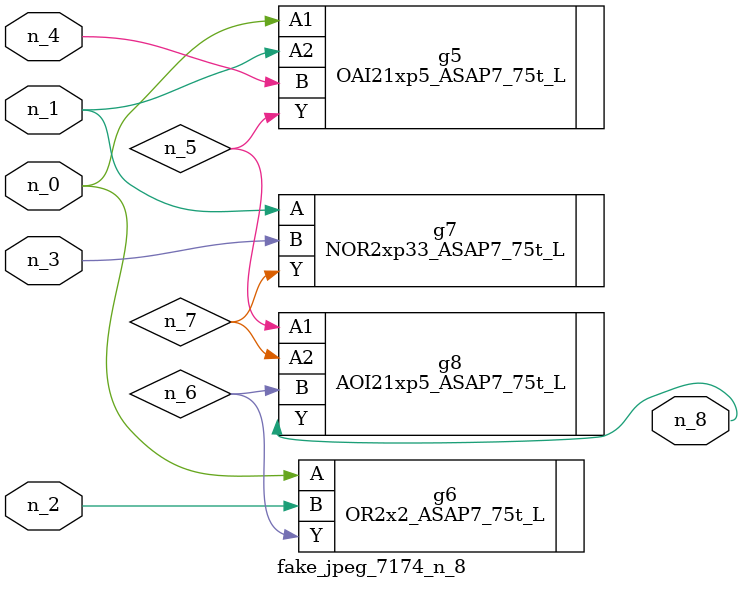
<source format=v>
module fake_jpeg_7174_n_8 (n_3, n_2, n_1, n_0, n_4, n_8);

input n_3;
input n_2;
input n_1;
input n_0;
input n_4;

output n_8;

wire n_6;
wire n_5;
wire n_7;

OAI21xp5_ASAP7_75t_L g5 ( 
.A1(n_0),
.A2(n_1),
.B(n_4),
.Y(n_5)
);

OR2x2_ASAP7_75t_L g6 ( 
.A(n_0),
.B(n_2),
.Y(n_6)
);

NOR2xp33_ASAP7_75t_L g7 ( 
.A(n_1),
.B(n_3),
.Y(n_7)
);

AOI21xp5_ASAP7_75t_L g8 ( 
.A1(n_5),
.A2(n_7),
.B(n_6),
.Y(n_8)
);


endmodule
</source>
